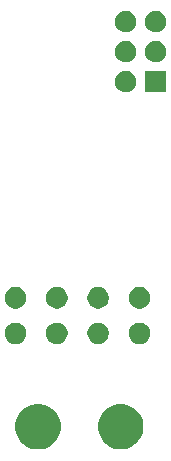
<source format=gbs>
G04 #@! TF.GenerationSoftware,KiCad,Pcbnew,5.0.1-33cea8e~68~ubuntu18.04.1*
G04 #@! TF.CreationDate,2019-02-12T00:11:03-05:00*
G04 #@! TF.ProjectId,IMU,494D552E6B696361645F706362000000,rev?*
G04 #@! TF.SameCoordinates,Original*
G04 #@! TF.FileFunction,Soldermask,Bot*
G04 #@! TF.FilePolarity,Negative*
%FSLAX46Y46*%
G04 Gerber Fmt 4.6, Leading zero omitted, Abs format (unit mm)*
G04 Created by KiCad (PCBNEW 5.0.1-33cea8e~68~ubuntu18.04.1) date Tue 12 Feb 2019 12:11:03 AM EST*
%MOMM*%
%LPD*%
G01*
G04 APERTURE LIST*
%ADD10C,0.100000*%
G04 APERTURE END LIST*
D10*
G36*
X128602379Y-115828896D02*
X128602381Y-115828897D01*
X128602382Y-115828897D01*
X128952709Y-115974007D01*
X128952710Y-115974008D01*
X129267999Y-116184677D01*
X129536123Y-116452801D01*
X129536125Y-116452804D01*
X129746793Y-116768091D01*
X129891903Y-117118418D01*
X129965880Y-117490324D01*
X129965880Y-117869516D01*
X129891903Y-118241422D01*
X129746793Y-118591749D01*
X129746792Y-118591750D01*
X129536123Y-118907039D01*
X129267999Y-119175163D01*
X129267996Y-119175165D01*
X128952709Y-119385833D01*
X128602382Y-119530943D01*
X128602381Y-119530943D01*
X128602379Y-119530944D01*
X128230477Y-119604920D01*
X127851283Y-119604920D01*
X127479381Y-119530944D01*
X127479379Y-119530943D01*
X127479378Y-119530943D01*
X127129051Y-119385833D01*
X126813764Y-119175165D01*
X126813761Y-119175163D01*
X126545637Y-118907039D01*
X126334968Y-118591750D01*
X126334967Y-118591749D01*
X126189857Y-118241422D01*
X126115880Y-117869516D01*
X126115880Y-117490324D01*
X126189857Y-117118418D01*
X126334967Y-116768091D01*
X126545635Y-116452804D01*
X126545637Y-116452801D01*
X126813761Y-116184677D01*
X127129050Y-115974008D01*
X127129051Y-115974007D01*
X127479378Y-115828897D01*
X127479379Y-115828897D01*
X127479381Y-115828896D01*
X127851283Y-115754920D01*
X128230477Y-115754920D01*
X128602379Y-115828896D01*
X128602379Y-115828896D01*
G37*
G36*
X135602379Y-115828896D02*
X135602381Y-115828897D01*
X135602382Y-115828897D01*
X135952709Y-115974007D01*
X135952710Y-115974008D01*
X136267999Y-116184677D01*
X136536123Y-116452801D01*
X136536125Y-116452804D01*
X136746793Y-116768091D01*
X136891903Y-117118418D01*
X136965880Y-117490324D01*
X136965880Y-117869516D01*
X136891903Y-118241422D01*
X136746793Y-118591749D01*
X136746792Y-118591750D01*
X136536123Y-118907039D01*
X136267999Y-119175163D01*
X136267996Y-119175165D01*
X135952709Y-119385833D01*
X135602382Y-119530943D01*
X135602381Y-119530943D01*
X135602379Y-119530944D01*
X135230477Y-119604920D01*
X134851283Y-119604920D01*
X134479381Y-119530944D01*
X134479379Y-119530943D01*
X134479378Y-119530943D01*
X134129051Y-119385833D01*
X133813764Y-119175165D01*
X133813761Y-119175163D01*
X133545637Y-118907039D01*
X133334968Y-118591750D01*
X133334967Y-118591749D01*
X133189857Y-118241422D01*
X133115880Y-117869516D01*
X133115880Y-117490324D01*
X133189857Y-117118418D01*
X133334967Y-116768091D01*
X133545635Y-116452804D01*
X133545637Y-116452801D01*
X133813761Y-116184677D01*
X134129050Y-115974008D01*
X134129051Y-115974007D01*
X134479378Y-115828897D01*
X134479379Y-115828897D01*
X134479381Y-115828896D01*
X134851283Y-115754920D01*
X135230477Y-115754920D01*
X135602379Y-115828896D01*
X135602379Y-115828896D01*
G37*
G36*
X136896314Y-108894890D02*
X136896316Y-108894891D01*
X136896317Y-108894891D01*
X137061927Y-108963489D01*
X137210974Y-109063079D01*
X137337721Y-109189826D01*
X137437311Y-109338873D01*
X137505910Y-109504486D01*
X137540880Y-109680291D01*
X137540880Y-109859549D01*
X137505910Y-110035354D01*
X137437311Y-110200967D01*
X137337721Y-110350014D01*
X137210974Y-110476761D01*
X137210971Y-110476763D01*
X137061927Y-110576351D01*
X136896317Y-110644949D01*
X136896316Y-110644949D01*
X136896314Y-110644950D01*
X136720509Y-110679920D01*
X136541251Y-110679920D01*
X136365446Y-110644950D01*
X136365444Y-110644949D01*
X136365443Y-110644949D01*
X136199833Y-110576351D01*
X136050789Y-110476763D01*
X136050786Y-110476761D01*
X135924039Y-110350014D01*
X135824449Y-110200967D01*
X135755850Y-110035354D01*
X135720880Y-109859549D01*
X135720880Y-109680291D01*
X135755850Y-109504486D01*
X135824449Y-109338873D01*
X135924039Y-109189826D01*
X136050786Y-109063079D01*
X136199833Y-108963489D01*
X136365443Y-108894891D01*
X136365444Y-108894891D01*
X136365446Y-108894890D01*
X136541251Y-108859920D01*
X136720509Y-108859920D01*
X136896314Y-108894890D01*
X136896314Y-108894890D01*
G37*
G36*
X126396314Y-108894890D02*
X126396316Y-108894891D01*
X126396317Y-108894891D01*
X126561927Y-108963489D01*
X126710974Y-109063079D01*
X126837721Y-109189826D01*
X126937311Y-109338873D01*
X127005910Y-109504486D01*
X127040880Y-109680291D01*
X127040880Y-109859549D01*
X127005910Y-110035354D01*
X126937311Y-110200967D01*
X126837721Y-110350014D01*
X126710974Y-110476761D01*
X126710971Y-110476763D01*
X126561927Y-110576351D01*
X126396317Y-110644949D01*
X126396316Y-110644949D01*
X126396314Y-110644950D01*
X126220509Y-110679920D01*
X126041251Y-110679920D01*
X125865446Y-110644950D01*
X125865444Y-110644949D01*
X125865443Y-110644949D01*
X125699833Y-110576351D01*
X125550789Y-110476763D01*
X125550786Y-110476761D01*
X125424039Y-110350014D01*
X125324449Y-110200967D01*
X125255850Y-110035354D01*
X125220880Y-109859549D01*
X125220880Y-109680291D01*
X125255850Y-109504486D01*
X125324449Y-109338873D01*
X125424039Y-109189826D01*
X125550786Y-109063079D01*
X125699833Y-108963489D01*
X125865443Y-108894891D01*
X125865444Y-108894891D01*
X125865446Y-108894890D01*
X126041251Y-108859920D01*
X126220509Y-108859920D01*
X126396314Y-108894890D01*
X126396314Y-108894890D01*
G37*
G36*
X129896314Y-108894890D02*
X129896316Y-108894891D01*
X129896317Y-108894891D01*
X130061927Y-108963489D01*
X130210974Y-109063079D01*
X130337721Y-109189826D01*
X130437311Y-109338873D01*
X130505910Y-109504486D01*
X130540880Y-109680291D01*
X130540880Y-109859549D01*
X130505910Y-110035354D01*
X130437311Y-110200967D01*
X130337721Y-110350014D01*
X130210974Y-110476761D01*
X130210971Y-110476763D01*
X130061927Y-110576351D01*
X129896317Y-110644949D01*
X129896316Y-110644949D01*
X129896314Y-110644950D01*
X129720509Y-110679920D01*
X129541251Y-110679920D01*
X129365446Y-110644950D01*
X129365444Y-110644949D01*
X129365443Y-110644949D01*
X129199833Y-110576351D01*
X129050789Y-110476763D01*
X129050786Y-110476761D01*
X128924039Y-110350014D01*
X128824449Y-110200967D01*
X128755850Y-110035354D01*
X128720880Y-109859549D01*
X128720880Y-109680291D01*
X128755850Y-109504486D01*
X128824449Y-109338873D01*
X128924039Y-109189826D01*
X129050786Y-109063079D01*
X129199833Y-108963489D01*
X129365443Y-108894891D01*
X129365444Y-108894891D01*
X129365446Y-108894890D01*
X129541251Y-108859920D01*
X129720509Y-108859920D01*
X129896314Y-108894890D01*
X129896314Y-108894890D01*
G37*
G36*
X133396314Y-108894890D02*
X133396316Y-108894891D01*
X133396317Y-108894891D01*
X133561927Y-108963489D01*
X133710974Y-109063079D01*
X133837721Y-109189826D01*
X133937311Y-109338873D01*
X134005910Y-109504486D01*
X134040880Y-109680291D01*
X134040880Y-109859549D01*
X134005910Y-110035354D01*
X133937311Y-110200967D01*
X133837721Y-110350014D01*
X133710974Y-110476761D01*
X133710971Y-110476763D01*
X133561927Y-110576351D01*
X133396317Y-110644949D01*
X133396316Y-110644949D01*
X133396314Y-110644950D01*
X133220509Y-110679920D01*
X133041251Y-110679920D01*
X132865446Y-110644950D01*
X132865444Y-110644949D01*
X132865443Y-110644949D01*
X132699833Y-110576351D01*
X132550789Y-110476763D01*
X132550786Y-110476761D01*
X132424039Y-110350014D01*
X132324449Y-110200967D01*
X132255850Y-110035354D01*
X132220880Y-109859549D01*
X132220880Y-109680291D01*
X132255850Y-109504486D01*
X132324449Y-109338873D01*
X132424039Y-109189826D01*
X132550786Y-109063079D01*
X132699833Y-108963489D01*
X132865443Y-108894891D01*
X132865444Y-108894891D01*
X132865446Y-108894890D01*
X133041251Y-108859920D01*
X133220509Y-108859920D01*
X133396314Y-108894890D01*
X133396314Y-108894890D01*
G37*
G36*
X126396314Y-105894890D02*
X126396316Y-105894891D01*
X126396317Y-105894891D01*
X126561927Y-105963489D01*
X126710974Y-106063079D01*
X126837721Y-106189826D01*
X126937311Y-106338873D01*
X127005910Y-106504486D01*
X127040880Y-106680291D01*
X127040880Y-106859549D01*
X127005910Y-107035354D01*
X126937311Y-107200967D01*
X126837721Y-107350014D01*
X126710974Y-107476761D01*
X126710971Y-107476763D01*
X126561927Y-107576351D01*
X126396317Y-107644949D01*
X126396316Y-107644949D01*
X126396314Y-107644950D01*
X126220509Y-107679920D01*
X126041251Y-107679920D01*
X125865446Y-107644950D01*
X125865444Y-107644949D01*
X125865443Y-107644949D01*
X125699833Y-107576351D01*
X125550789Y-107476763D01*
X125550786Y-107476761D01*
X125424039Y-107350014D01*
X125324449Y-107200967D01*
X125255850Y-107035354D01*
X125220880Y-106859549D01*
X125220880Y-106680291D01*
X125255850Y-106504486D01*
X125324449Y-106338873D01*
X125424039Y-106189826D01*
X125550786Y-106063079D01*
X125699833Y-105963489D01*
X125865443Y-105894891D01*
X125865444Y-105894891D01*
X125865446Y-105894890D01*
X126041251Y-105859920D01*
X126220509Y-105859920D01*
X126396314Y-105894890D01*
X126396314Y-105894890D01*
G37*
G36*
X136896314Y-105894890D02*
X136896316Y-105894891D01*
X136896317Y-105894891D01*
X137061927Y-105963489D01*
X137210974Y-106063079D01*
X137337721Y-106189826D01*
X137437311Y-106338873D01*
X137505910Y-106504486D01*
X137540880Y-106680291D01*
X137540880Y-106859549D01*
X137505910Y-107035354D01*
X137437311Y-107200967D01*
X137337721Y-107350014D01*
X137210974Y-107476761D01*
X137210971Y-107476763D01*
X137061927Y-107576351D01*
X136896317Y-107644949D01*
X136896316Y-107644949D01*
X136896314Y-107644950D01*
X136720509Y-107679920D01*
X136541251Y-107679920D01*
X136365446Y-107644950D01*
X136365444Y-107644949D01*
X136365443Y-107644949D01*
X136199833Y-107576351D01*
X136050789Y-107476763D01*
X136050786Y-107476761D01*
X135924039Y-107350014D01*
X135824449Y-107200967D01*
X135755850Y-107035354D01*
X135720880Y-106859549D01*
X135720880Y-106680291D01*
X135755850Y-106504486D01*
X135824449Y-106338873D01*
X135924039Y-106189826D01*
X136050786Y-106063079D01*
X136199833Y-105963489D01*
X136365443Y-105894891D01*
X136365444Y-105894891D01*
X136365446Y-105894890D01*
X136541251Y-105859920D01*
X136720509Y-105859920D01*
X136896314Y-105894890D01*
X136896314Y-105894890D01*
G37*
G36*
X129896314Y-105894890D02*
X129896316Y-105894891D01*
X129896317Y-105894891D01*
X130061927Y-105963489D01*
X130210974Y-106063079D01*
X130337721Y-106189826D01*
X130437311Y-106338873D01*
X130505910Y-106504486D01*
X130540880Y-106680291D01*
X130540880Y-106859549D01*
X130505910Y-107035354D01*
X130437311Y-107200967D01*
X130337721Y-107350014D01*
X130210974Y-107476761D01*
X130210971Y-107476763D01*
X130061927Y-107576351D01*
X129896317Y-107644949D01*
X129896316Y-107644949D01*
X129896314Y-107644950D01*
X129720509Y-107679920D01*
X129541251Y-107679920D01*
X129365446Y-107644950D01*
X129365444Y-107644949D01*
X129365443Y-107644949D01*
X129199833Y-107576351D01*
X129050789Y-107476763D01*
X129050786Y-107476761D01*
X128924039Y-107350014D01*
X128824449Y-107200967D01*
X128755850Y-107035354D01*
X128720880Y-106859549D01*
X128720880Y-106680291D01*
X128755850Y-106504486D01*
X128824449Y-106338873D01*
X128924039Y-106189826D01*
X129050786Y-106063079D01*
X129199833Y-105963489D01*
X129365443Y-105894891D01*
X129365444Y-105894891D01*
X129365446Y-105894890D01*
X129541251Y-105859920D01*
X129720509Y-105859920D01*
X129896314Y-105894890D01*
X129896314Y-105894890D01*
G37*
G36*
X133396314Y-105894890D02*
X133396316Y-105894891D01*
X133396317Y-105894891D01*
X133561927Y-105963489D01*
X133710974Y-106063079D01*
X133837721Y-106189826D01*
X133937311Y-106338873D01*
X134005910Y-106504486D01*
X134040880Y-106680291D01*
X134040880Y-106859549D01*
X134005910Y-107035354D01*
X133937311Y-107200967D01*
X133837721Y-107350014D01*
X133710974Y-107476761D01*
X133710971Y-107476763D01*
X133561927Y-107576351D01*
X133396317Y-107644949D01*
X133396316Y-107644949D01*
X133396314Y-107644950D01*
X133220509Y-107679920D01*
X133041251Y-107679920D01*
X132865446Y-107644950D01*
X132865444Y-107644949D01*
X132865443Y-107644949D01*
X132699833Y-107576351D01*
X132550789Y-107476763D01*
X132550786Y-107476761D01*
X132424039Y-107350014D01*
X132324449Y-107200967D01*
X132255850Y-107035354D01*
X132220880Y-106859549D01*
X132220880Y-106680291D01*
X132255850Y-106504486D01*
X132324449Y-106338873D01*
X132424039Y-106189826D01*
X132550786Y-106063079D01*
X132699833Y-105963489D01*
X132865443Y-105894891D01*
X132865444Y-105894891D01*
X132865446Y-105894890D01*
X133041251Y-105859920D01*
X133220509Y-105859920D01*
X133396314Y-105894890D01*
X133396314Y-105894890D01*
G37*
G36*
X135730881Y-87607866D02*
X135894669Y-87675709D01*
X136042080Y-87774206D01*
X136167434Y-87899560D01*
X136265931Y-88046971D01*
X136333774Y-88210759D01*
X136368360Y-88384636D01*
X136368360Y-88561924D01*
X136333774Y-88735801D01*
X136265931Y-88899589D01*
X136167434Y-89047000D01*
X136042080Y-89172354D01*
X135894669Y-89270851D01*
X135730881Y-89338694D01*
X135557004Y-89373280D01*
X135379716Y-89373280D01*
X135205839Y-89338694D01*
X135042051Y-89270851D01*
X134894640Y-89172354D01*
X134769286Y-89047000D01*
X134670789Y-88899589D01*
X134602946Y-88735801D01*
X134568360Y-88561924D01*
X134568360Y-88384636D01*
X134602946Y-88210759D01*
X134670789Y-88046971D01*
X134769286Y-87899560D01*
X134894640Y-87774206D01*
X135042051Y-87675709D01*
X135205839Y-87607866D01*
X135379716Y-87573280D01*
X135557004Y-87573280D01*
X135730881Y-87607866D01*
X135730881Y-87607866D01*
G37*
G36*
X138908360Y-89373280D02*
X137108360Y-89373280D01*
X137108360Y-87573280D01*
X138908360Y-87573280D01*
X138908360Y-89373280D01*
X138908360Y-89373280D01*
G37*
G36*
X135730881Y-85067866D02*
X135894669Y-85135709D01*
X136042080Y-85234206D01*
X136167434Y-85359560D01*
X136265931Y-85506971D01*
X136333774Y-85670759D01*
X136368360Y-85844636D01*
X136368360Y-86021924D01*
X136333774Y-86195801D01*
X136265931Y-86359589D01*
X136167434Y-86507000D01*
X136042080Y-86632354D01*
X135894669Y-86730851D01*
X135730881Y-86798694D01*
X135557004Y-86833280D01*
X135379716Y-86833280D01*
X135205839Y-86798694D01*
X135042051Y-86730851D01*
X134894640Y-86632354D01*
X134769286Y-86507000D01*
X134670789Y-86359589D01*
X134602946Y-86195801D01*
X134568360Y-86021924D01*
X134568360Y-85844636D01*
X134602946Y-85670759D01*
X134670789Y-85506971D01*
X134769286Y-85359560D01*
X134894640Y-85234206D01*
X135042051Y-85135709D01*
X135205839Y-85067866D01*
X135379716Y-85033280D01*
X135557004Y-85033280D01*
X135730881Y-85067866D01*
X135730881Y-85067866D01*
G37*
G36*
X138270881Y-85067866D02*
X138434669Y-85135709D01*
X138582080Y-85234206D01*
X138707434Y-85359560D01*
X138805931Y-85506971D01*
X138873774Y-85670759D01*
X138908360Y-85844636D01*
X138908360Y-86021924D01*
X138873774Y-86195801D01*
X138805931Y-86359589D01*
X138707434Y-86507000D01*
X138582080Y-86632354D01*
X138434669Y-86730851D01*
X138270881Y-86798694D01*
X138097004Y-86833280D01*
X137919716Y-86833280D01*
X137745839Y-86798694D01*
X137582051Y-86730851D01*
X137434640Y-86632354D01*
X137309286Y-86507000D01*
X137210789Y-86359589D01*
X137142946Y-86195801D01*
X137108360Y-86021924D01*
X137108360Y-85844636D01*
X137142946Y-85670759D01*
X137210789Y-85506971D01*
X137309286Y-85359560D01*
X137434640Y-85234206D01*
X137582051Y-85135709D01*
X137745839Y-85067866D01*
X137919716Y-85033280D01*
X138097004Y-85033280D01*
X138270881Y-85067866D01*
X138270881Y-85067866D01*
G37*
G36*
X138270881Y-82527866D02*
X138434669Y-82595709D01*
X138582080Y-82694206D01*
X138707434Y-82819560D01*
X138805931Y-82966971D01*
X138873774Y-83130759D01*
X138908360Y-83304636D01*
X138908360Y-83481924D01*
X138873774Y-83655801D01*
X138805931Y-83819589D01*
X138707434Y-83967000D01*
X138582080Y-84092354D01*
X138434669Y-84190851D01*
X138270881Y-84258694D01*
X138097004Y-84293280D01*
X137919716Y-84293280D01*
X137745839Y-84258694D01*
X137582051Y-84190851D01*
X137434640Y-84092354D01*
X137309286Y-83967000D01*
X137210789Y-83819589D01*
X137142946Y-83655801D01*
X137108360Y-83481924D01*
X137108360Y-83304636D01*
X137142946Y-83130759D01*
X137210789Y-82966971D01*
X137309286Y-82819560D01*
X137434640Y-82694206D01*
X137582051Y-82595709D01*
X137745839Y-82527866D01*
X137919716Y-82493280D01*
X138097004Y-82493280D01*
X138270881Y-82527866D01*
X138270881Y-82527866D01*
G37*
G36*
X135730881Y-82527866D02*
X135894669Y-82595709D01*
X136042080Y-82694206D01*
X136167434Y-82819560D01*
X136265931Y-82966971D01*
X136333774Y-83130759D01*
X136368360Y-83304636D01*
X136368360Y-83481924D01*
X136333774Y-83655801D01*
X136265931Y-83819589D01*
X136167434Y-83967000D01*
X136042080Y-84092354D01*
X135894669Y-84190851D01*
X135730881Y-84258694D01*
X135557004Y-84293280D01*
X135379716Y-84293280D01*
X135205839Y-84258694D01*
X135042051Y-84190851D01*
X134894640Y-84092354D01*
X134769286Y-83967000D01*
X134670789Y-83819589D01*
X134602946Y-83655801D01*
X134568360Y-83481924D01*
X134568360Y-83304636D01*
X134602946Y-83130759D01*
X134670789Y-82966971D01*
X134769286Y-82819560D01*
X134894640Y-82694206D01*
X135042051Y-82595709D01*
X135205839Y-82527866D01*
X135379716Y-82493280D01*
X135557004Y-82493280D01*
X135730881Y-82527866D01*
X135730881Y-82527866D01*
G37*
M02*

</source>
